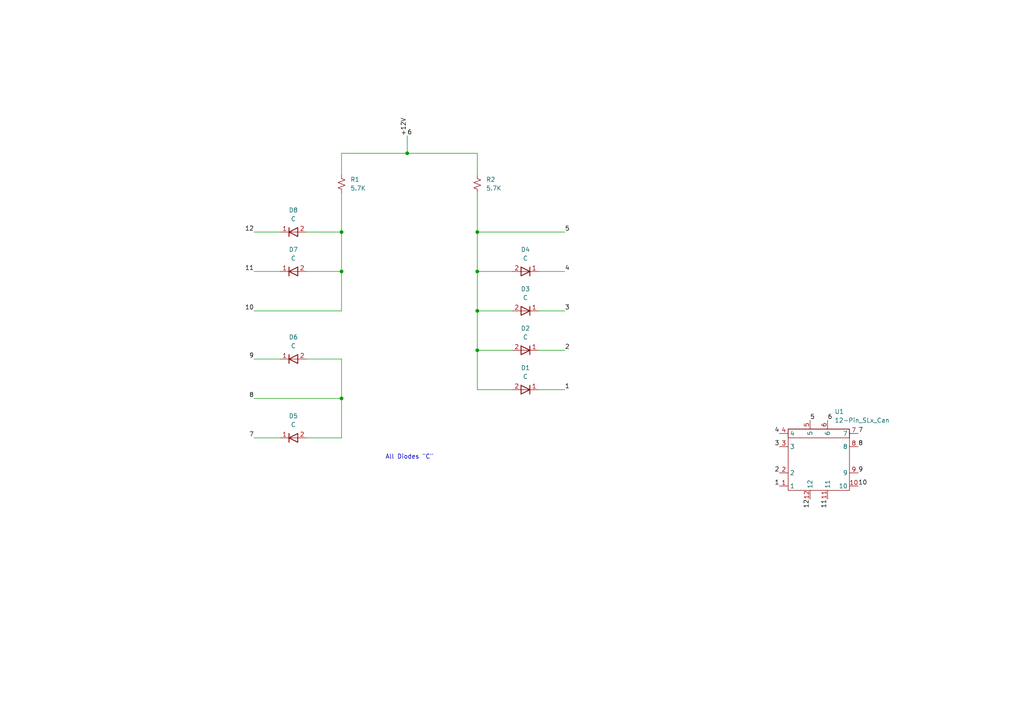
<source format=kicad_sch>
(kicad_sch (version 20211123) (generator eeschema)
  (paper "A4")
  (lib_symbols
    (symbol "Device:R_Small_US" (pin_numbers hide) (pin_names (offset 0.254) hide)
      (property "Reference" "R" (at 0.762 0.508 0))
      (property "Value" "R_Small_US" (at 0.762 -1.016 0))
      (symbol "R_Small_US_1_1"
        (polyline (pts (xy 0 0) (xy 1.016 -0.381) (xy 0 -0.762) (xy -1.016 -1.143) (xy 0 -1.524)))
        (polyline (pts (xy 0 1.524) (xy 1.016 1.143) (xy 0 0.762) (xy -1.016 0.381) (xy 0 0)))
        (pin passive line (at 0 2.54 270) (length 1.016) (name "~") (number "1"))
        (pin passive line (at 0 -2.54 90) (length 1.016) (name "~") (number "2"))
      )
    )
    (symbol "IBM_SLT-SLD:12-Pin_SLx_Can"
      (property "Reference" "U" (at 0 -2.54 0))
      (property "Value" "12-Pin_SLx_Can" (at 0 0 0))
      (symbol "12-Pin_SLx_Can_0_1"
        (rectangle (start -8.89 8.89) (end 8.89 -8.89))
        (rectangle (start -8.89 8.89) (end 8.89 6.35))
      )
      (symbol "12-Pin_SLx_Can_1_1"
        (pin passive line (at -11.43 -7.62 0) (length 2.54) (name "1") (number "1"))
        (pin passive line (at 11.43 -7.62 180) (length 2.54) (name "10") (number "10"))
        (pin passive line (at 2.54 -11.43 90) (length 2.54) (name "11") (number "11"))
        (pin passive line (at -2.54 -11.43 90) (length 2.54) (name "12") (number "12"))
        (pin passive line (at -11.43 -3.81 0) (length 2.54) (name "2") (number "2"))
        (pin passive line (at -11.43 3.81 0) (length 2.54) (name "3") (number "3"))
        (pin passive line (at -11.43 7.62 0) (length 2.54) (name "4") (number "4"))
        (pin passive line (at -2.54 11.43 270) (length 2.54) (name "5") (number "5"))
        (pin passive line (at 2.54 11.43 270) (length 2.54) (name "6") (number "6"))
        (pin passive line (at 11.43 7.62 180) (length 2.54) (name "7") (number "7"))
        (pin passive line (at 11.43 3.81 180) (length 2.54) (name "8") (number "8"))
        (pin passive line (at 11.43 -3.81 180) (length 2.54) (name "9") (number "9"))
      )
    )
    (symbol "IBM_SLT-SLD:IBM_Diode"
      (property "Reference" "D" (at 0 5.08 0))
      (property "Value" "IBM_Diode" (at 0 2.54 0))
      (symbol "IBM_Diode_0_1"
        (polyline (pts (xy -1.27 1.27) (xy -1.27 -1.27)) (stroke (width 0.254)))
        (polyline (pts (xy 1.27 0) (xy -1.27 0)))
        (polyline (pts (xy 1.27 1.27) (xy 1.27 -1.27) (xy -1.27 0) (xy 1.27 1.27)) (stroke (width 0.254)))
      )
      (symbol "IBM_Diode_1_1"
        (pin passive line (at -3.81 0 0) (length 2.54) (name "K") (number "1"))
        (pin passive line (at 3.81 0 180) (length 2.54) (name "A") (number "2"))
      )
    )
  )
  (junction (at 138.43 90.17))
  (junction (at 99.06 115.57))
  (junction (at 99.06 67.31))
  (junction (at 99.06 78.74))
  (junction (at 138.43 101.6))
  (junction (at 118.11 44.45))
  (junction (at 138.43 78.74))
  (junction (at 138.43 67.31))
  (wire (pts (xy 138.43 44.45) (xy 138.43 50.8)))
  (wire (pts (xy 148.59 113.03) (xy 138.43 113.03)))
  (wire (pts (xy 138.43 90.17) (xy 138.43 101.6)))
  (wire (pts (xy 99.06 44.45) (xy 118.11 44.45)))
  (wire (pts (xy 73.66 127) (xy 81.28 127)))
  (wire (pts (xy 138.43 55.88) (xy 138.43 67.31)))
  (wire (pts (xy 99.06 55.88) (xy 99.06 67.31)))
  (wire (pts (xy 163.83 78.74) (xy 156.21 78.74)))
  (wire (pts (xy 99.06 67.31) (xy 99.06 78.74)))
  (wire (pts (xy 163.83 101.6) (xy 156.21 101.6)))
  (wire (pts (xy 148.59 78.74) (xy 138.43 78.74)))
  (wire (pts (xy 138.43 67.31) (xy 138.43 78.74)))
  (wire (pts (xy 138.43 101.6) (xy 138.43 113.03)))
  (wire (pts (xy 99.06 115.57) (xy 99.06 127)))
  (wire (pts (xy 148.59 101.6) (xy 138.43 101.6)))
  (wire (pts (xy 88.9 67.31) (xy 99.06 67.31)))
  (wire (pts (xy 118.11 44.45) (xy 138.43 44.45)))
  (wire (pts (xy 118.11 39.37) (xy 118.11 44.45)))
  (wire (pts (xy 148.59 90.17) (xy 138.43 90.17)))
  (wire (pts (xy 73.66 104.14) (xy 81.28 104.14)))
  (wire (pts (xy 88.9 104.14) (xy 99.06 104.14)))
  (wire (pts (xy 88.9 78.74) (xy 99.06 78.74)))
  (wire (pts (xy 99.06 78.74) (xy 99.06 90.17)))
  (wire (pts (xy 73.66 67.31) (xy 81.28 67.31)))
  (wire (pts (xy 73.66 115.57) (xy 99.06 115.57)))
  (wire (pts (xy 73.66 90.17) (xy 99.06 90.17)))
  (wire (pts (xy 163.83 67.31) (xy 138.43 67.31)))
  (wire (pts (xy 73.66 78.74) (xy 81.28 78.74)))
  (wire (pts (xy 138.43 78.74) (xy 138.43 90.17)))
  (wire (pts (xy 99.06 44.45) (xy 99.06 50.8)))
  (wire (pts (xy 163.83 113.03) (xy 156.21 113.03)))
  (wire (pts (xy 88.9 127) (xy 99.06 127)))
  (wire (pts (xy 99.06 104.14) (xy 99.06 115.57)))
  (wire (pts (xy 163.83 90.17) (xy 156.21 90.17)))
  (text "All Diodes \"C\"" (at 111.76 133.35 0) (effects (font (size 1.27 1.27)) (justify left bottom)))
  (label "8" (at 73.66 115.57 180))
  (label "9" (at 248.92 137.16 0))
  (label "7" (at 248.92 125.73 0))
  (label "5" (at 163.83 67.31 0))
  (label "5" (at 234.95 121.92 0))
  (label "11" (at 240.03 144.78 270))
  (label "7" (at 73.66 127 180))
  (label "12" (at 73.66 67.31 180))
  (label "2" (at 163.83 101.6 0))
  (label "6" (at 118.11 39.37 0))
  (label "4" (at 226.06 125.73 180))
  (label "10" (at 248.92 140.97 0))
  (label "+12V" (at 118.11 39.37 90))
  (label "11" (at 73.66 78.74 180))
  (label "3" (at 226.06 129.54 180))
  (label "8" (at 248.92 129.54 0))
  (label "1" (at 226.06 140.97 180))
  (label "1" (at 163.83 113.03 0))
  (label "12" (at 234.95 144.78 270))
  (label "4" (at 163.83 78.74 0))
  (label "10" (at 73.66 90.17 180))
  (label "3" (at 163.83 90.17 0))
  (label "2" (at 226.06 137.16 180))
  (label "9" (at 73.66 104.14 180))
  (label "6" (at 240.03 121.92 0))
  (symbol (lib_id "IBM_SLT-SLD:IBM_Diode") (at 85.09 104.14 0) (unit 1)
    (property "Reference" "D6" (at 85.09 97.79 0))
    (property "Value" "C" (at 85.09 100.33 0))
    (property "Footprint" "Diode_SMD:D_0201_0603Metric" (effects hide))
  )
  (symbol (lib_id "IBM_SLT-SLD:IBM_Diode") (at 85.09 67.31 0) (unit 1)
    (property "Reference" "D8" (at 85.09 60.96 0))
    (property "Value" "C" (at 85.09 63.5 0))
    (property "Footprint" "Diode_SMD:D_0201_0603Metric" (effects hide))
  )
  (symbol (lib_id "IBM_SLT-SLD:IBM_Diode") (at 85.09 127 0) (unit 1)
    (property "Reference" "D5" (at 85.09 120.65 0))
    (property "Value" "C" (at 85.09 123.19 0))
    (property "Footprint" "Diode_SMD:D_0201_0603Metric" (effects hide))
  )
  (symbol (lib_id "Device:R_Small_US") (at 99.06 53.34 0) (unit 1)
    (property "Reference" "R1" (at 101.6 52.0699 0) (effects (justify left)))
    (property "Value" "5.7K" (at 101.6 54.6099 0) (effects (justify left)))
    (property "Footprint" "Resistor_SMD:R_0201_0603Metric" (effects hide))
  )
  (symbol (lib_id "IBM_SLT-SLD:IBM_Diode") (at 152.4 78.74 0) (mirror y) (unit 1)
    (property "Reference" "D4" (at 152.4 72.39 0))
    (property "Value" "C" (at 152.4 74.93 0))
    (property "Footprint" "Diode_SMD:D_0201_0603Metric" (effects hide))
  )
  (symbol (lib_id "IBM_SLT-SLD:12-Pin_SLx_Can") (at 237.49 133.35 0) (unit 1)
    (property "Reference" "U1" (at 242.0494 119.38 0) (effects (justify left)))
    (property "Value" "12-Pin_SLx_Can" (at 242.0494 121.92 0) (effects (justify left)))
    (property "Footprint" "IBM_SLT-SLD:12-Pin_SLx_Can" (effects hide))
  )
  (symbol (lib_id "IBM_SLT-SLD:IBM_Diode") (at 152.4 113.03 0) (mirror y) (unit 1)
    (property "Reference" "D1" (at 152.4 106.68 0))
    (property "Value" "C" (at 152.4 109.22 0))
    (property "Footprint" "Diode_SMD:D_0201_0603Metric" (effects hide))
  )
  (symbol (lib_id "IBM_SLT-SLD:IBM_Diode") (at 152.4 101.6 0) (mirror y) (unit 1)
    (property "Reference" "D2" (at 152.4 95.25 0))
    (property "Value" "C" (at 152.4 97.79 0))
    (property "Footprint" "Diode_SMD:D_0201_0603Metric" (effects hide))
  )
  (symbol (lib_id "IBM_SLT-SLD:IBM_Diode") (at 85.09 78.74 0) (unit 1)
    (property "Reference" "D7" (at 85.09 72.39 0))
    (property "Value" "C" (at 85.09 74.93 0))
    (property "Footprint" "Diode_SMD:D_0201_0603Metric" (effects hide))
  )
  (symbol (lib_id "IBM_SLT-SLD:IBM_Diode") (at 152.4 90.17 0) (mirror y) (unit 1)
    (property "Reference" "D3" (at 152.4 83.82 0))
    (property "Value" "C" (at 152.4 86.36 0))
    (property "Footprint" "Diode_SMD:D_0201_0603Metric" (effects hide))
  )
  (symbol (lib_id "Device:R_Small_US") (at 138.43 53.34 0) (unit 1)
    (property "Reference" "R2" (at 140.97 52.0699 0) (effects (justify left)))
    (property "Value" "5.7K" (at 140.97 54.6099 0) (effects (justify left)))
    (property "Footprint" "Resistor_SMD:R_0201_0603Metric" (effects hide))
  )
)
</source>
